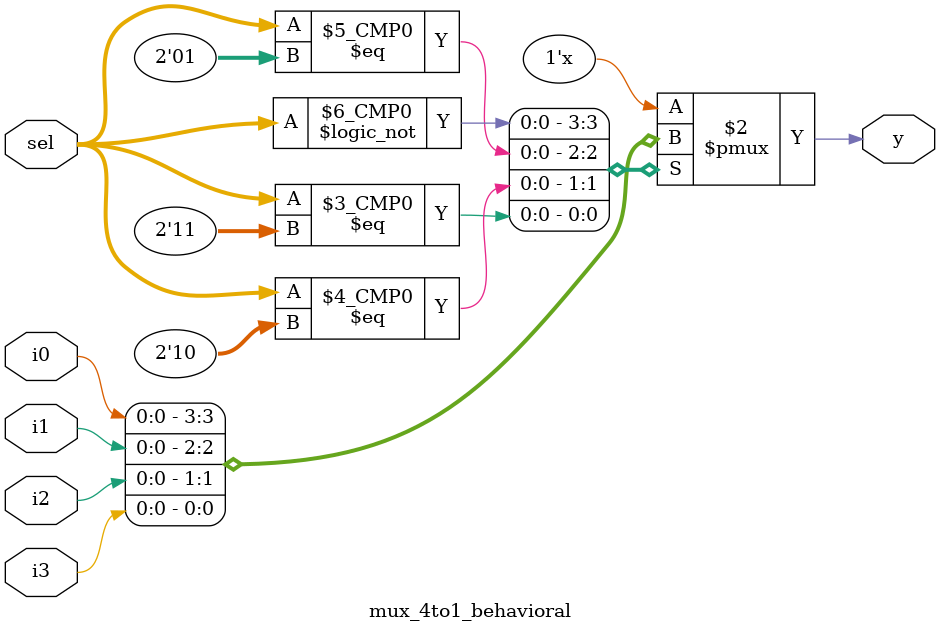
<source format=v>
module mux_4to1_behavioral(input i0,i1,i2,i3,input [1:0]sel,output reg y);

	always @(*) begin
	    case(sel)
		2'b00:y=i0;
		2'b01:y=i1;
		2'b10:y=i2;
		2'b11:y=i3;
	    endcase
	end
endmodule


</source>
